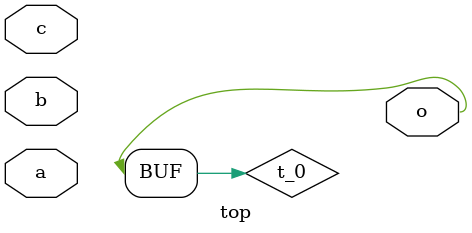
<source format=v>
module top (o, a, b, c);
input a, b, c;
output o;
wire n1;
wire t_0;
buf (o, t_0);
and (n1, b, c);
endmodule

</source>
